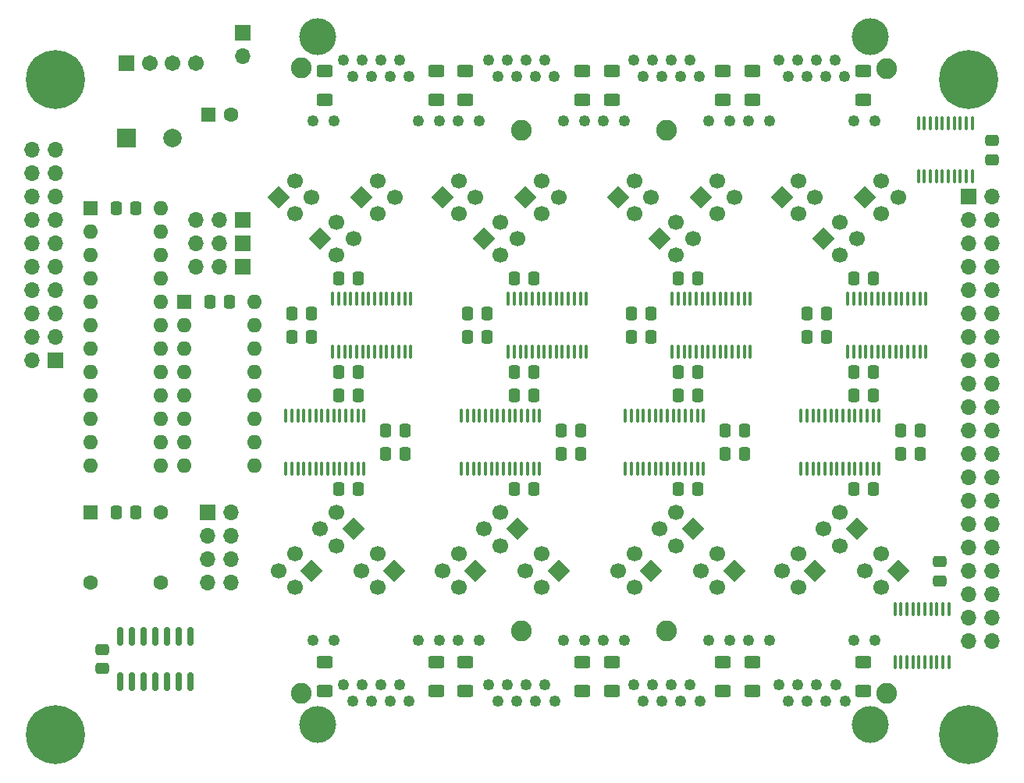
<source format=gbs>
G04 #@! TF.GenerationSoftware,KiCad,Pcbnew,8.0.4*
G04 #@! TF.CreationDate,2025-01-12T21:12:32-06:00*
G04 #@! TF.ProjectId,OctoCom,4f63746f-436f-46d2-9e6b-696361645f70,rev?*
G04 #@! TF.SameCoordinates,Original*
G04 #@! TF.FileFunction,Soldermask,Bot*
G04 #@! TF.FilePolarity,Negative*
%FSLAX46Y46*%
G04 Gerber Fmt 4.6, Leading zero omitted, Abs format (unit mm)*
G04 Created by KiCad (PCBNEW 8.0.4) date 2025-01-12 21:12:32*
%MOMM*%
%LPD*%
G01*
G04 APERTURE LIST*
G04 Aperture macros list*
%AMRoundRect*
0 Rectangle with rounded corners*
0 $1 Rounding radius*
0 $2 $3 $4 $5 $6 $7 $8 $9 X,Y pos of 4 corners*
0 Add a 4 corners polygon primitive as box body*
4,1,4,$2,$3,$4,$5,$6,$7,$8,$9,$2,$3,0*
0 Add four circle primitives for the rounded corners*
1,1,$1+$1,$2,$3*
1,1,$1+$1,$4,$5*
1,1,$1+$1,$6,$7*
1,1,$1+$1,$8,$9*
0 Add four rect primitives between the rounded corners*
20,1,$1+$1,$2,$3,$4,$5,0*
20,1,$1+$1,$4,$5,$6,$7,0*
20,1,$1+$1,$6,$7,$8,$9,0*
20,1,$1+$1,$8,$9,$2,$3,0*%
%AMHorizOval*
0 Thick line with rounded ends*
0 $1 width*
0 $2 $3 position (X,Y) of the first rounded end (center of the circle)*
0 $4 $5 position (X,Y) of the second rounded end (center of the circle)*
0 Add line between two ends*
20,1,$1,$2,$3,$4,$5,0*
0 Add two circle primitives to create the rounded ends*
1,1,$1,$2,$3*
1,1,$1,$4,$5*%
%AMRotRect*
0 Rectangle, with rotation*
0 The origin of the aperture is its center*
0 $1 length*
0 $2 width*
0 $3 Rotation angle, in degrees counterclockwise*
0 Add horizontal line*
21,1,$1,$2,0,0,$3*%
G04 Aperture macros list end*
%ADD10RoundRect,0.250000X0.475000X-0.337500X0.475000X0.337500X-0.475000X0.337500X-0.475000X-0.337500X0*%
%ADD11RoundRect,0.250000X-0.475000X0.337500X-0.475000X-0.337500X0.475000X-0.337500X0.475000X0.337500X0*%
%ADD12C,1.250000*%
%ADD13C,2.250000*%
%ADD14C,4.000000*%
%ADD15RoundRect,0.100000X0.100000X-0.637500X0.100000X0.637500X-0.100000X0.637500X-0.100000X-0.637500X0*%
%ADD16RoundRect,0.250000X0.625000X-0.400000X0.625000X0.400000X-0.625000X0.400000X-0.625000X-0.400000X0*%
%ADD17RoundRect,0.250000X-0.625000X0.400000X-0.625000X-0.400000X0.625000X-0.400000X0.625000X0.400000X0*%
%ADD18RotRect,1.700000X1.700000X45.000000*%
%ADD19HorizOval,1.700000X0.000000X0.000000X0.000000X0.000000X0*%
%ADD20RotRect,1.700000X1.700000X225.000000*%
%ADD21HorizOval,1.700000X0.000000X0.000000X0.000000X0.000000X0*%
%ADD22R,1.700000X1.700000*%
%ADD23O,1.700000X1.700000*%
%ADD24RoundRect,0.102000X0.754000X0.754000X-0.754000X0.754000X-0.754000X-0.754000X0.754000X-0.754000X0*%
%ADD25C,1.712000*%
%ADD26C,0.800000*%
%ADD27C,6.400000*%
%ADD28R,1.600000X1.600000*%
%ADD29C,1.600000*%
%ADD30O,1.600000X1.600000*%
%ADD31R,2.000000X2.000000*%
%ADD32C,2.000000*%
%ADD33RoundRect,0.100000X-0.100000X0.637500X-0.100000X-0.637500X0.100000X-0.637500X0.100000X0.637500X0*%
%ADD34RoundRect,0.250000X0.337500X0.475000X-0.337500X0.475000X-0.337500X-0.475000X0.337500X-0.475000X0*%
%ADD35RoundRect,0.250000X-0.337500X-0.475000X0.337500X-0.475000X0.337500X0.475000X-0.337500X0.475000X0*%
%ADD36RoundRect,0.150000X-0.150000X0.825000X-0.150000X-0.825000X0.150000X-0.825000X0.150000X0.825000X0*%
G04 APERTURE END LIST*
D10*
X170815000Y-103907500D03*
X170815000Y-101832500D03*
D11*
X176530000Y-56112500D03*
X176530000Y-58187500D03*
D12*
X113300000Y-117000000D03*
X112280000Y-115220000D03*
X111260000Y-117000000D03*
X110240000Y-115220000D03*
X109220000Y-117000000D03*
X108200000Y-115220000D03*
X107180000Y-117000000D03*
X106160000Y-115220000D03*
X116590000Y-110400000D03*
X114300000Y-110400000D03*
X105160000Y-110400000D03*
X102870000Y-110400000D03*
X129050000Y-117000000D03*
X128030000Y-115220000D03*
X127010000Y-117000000D03*
X125990000Y-115220000D03*
X124970000Y-117000000D03*
X123950000Y-115220000D03*
X122930000Y-117000000D03*
X121910000Y-115220000D03*
X132340000Y-110400000D03*
X130050000Y-110400000D03*
X120910000Y-110400000D03*
X118620000Y-110400000D03*
X144800000Y-117000000D03*
X143780000Y-115220000D03*
X142760000Y-117000000D03*
X141740000Y-115220000D03*
X140720000Y-117000000D03*
X139700000Y-115220000D03*
X138680000Y-117000000D03*
X137660000Y-115220000D03*
X148090000Y-110400000D03*
X145800000Y-110400000D03*
X136660000Y-110400000D03*
X134370000Y-110400000D03*
X160550000Y-117000000D03*
X159530000Y-115220000D03*
X158510000Y-117000000D03*
X157490000Y-115220000D03*
X156470000Y-117000000D03*
X155450000Y-115220000D03*
X154430000Y-117000000D03*
X153410000Y-115220000D03*
X163840000Y-110400000D03*
X161550000Y-110400000D03*
X152410000Y-110400000D03*
X150120000Y-110400000D03*
D13*
X101600000Y-116120000D03*
D14*
X103380000Y-119540000D03*
D13*
X125475000Y-109380000D03*
X141225000Y-109380000D03*
D14*
X163320000Y-119540000D03*
D13*
X165100000Y-116140000D03*
D15*
X171835000Y-112717500D03*
X171185000Y-112717500D03*
X170535000Y-112717500D03*
X169885000Y-112717500D03*
X169235000Y-112717500D03*
X168585000Y-112717500D03*
X167935000Y-112717500D03*
X167285000Y-112717500D03*
X166635000Y-112717500D03*
X165985000Y-112717500D03*
X165985000Y-106992500D03*
X166635000Y-106992500D03*
X167285000Y-106992500D03*
X167935000Y-106992500D03*
X168585000Y-106992500D03*
X169235000Y-106992500D03*
X169885000Y-106992500D03*
X170535000Y-106992500D03*
X171185000Y-106992500D03*
X171835000Y-106992500D03*
X174375000Y-54287500D03*
X173725000Y-54287500D03*
X173075000Y-54287500D03*
X172425000Y-54287500D03*
X171775000Y-54287500D03*
X171125000Y-54287500D03*
X170475000Y-54287500D03*
X169825000Y-54287500D03*
X169175000Y-54287500D03*
X168525000Y-54287500D03*
X168525000Y-60012500D03*
X169175000Y-60012500D03*
X169825000Y-60012500D03*
X170475000Y-60012500D03*
X171125000Y-60012500D03*
X171775000Y-60012500D03*
X172425000Y-60012500D03*
X173075000Y-60012500D03*
X173725000Y-60012500D03*
X174375000Y-60012500D03*
D16*
X150495000Y-115850001D03*
X150495000Y-112749999D03*
X162560000Y-115850001D03*
X162560000Y-112749999D03*
X135255000Y-115850001D03*
X135255000Y-112749999D03*
X147320000Y-115850001D03*
X147320000Y-112749999D03*
D17*
X162560000Y-48614999D03*
X162560000Y-51715001D03*
X150495000Y-48614999D03*
X150495000Y-51715001D03*
X147320000Y-48614999D03*
X147320000Y-51715001D03*
X135255000Y-48614999D03*
X135255000Y-51715001D03*
D16*
X119380000Y-115850001D03*
X119380000Y-112749999D03*
X132080000Y-115850001D03*
X132080000Y-112749999D03*
X104140000Y-115850001D03*
X104140000Y-112749999D03*
X116205000Y-115850001D03*
X116205000Y-112749999D03*
D17*
X132080000Y-48615000D03*
X132080000Y-51715000D03*
X119380000Y-48615000D03*
X119380000Y-51715000D03*
X116205000Y-48615000D03*
X116205000Y-51715000D03*
X104140000Y-48615000D03*
X104140000Y-51715000D03*
D18*
X116903821Y-62293821D03*
D19*
X118699872Y-60497770D03*
X118699872Y-64089872D03*
X120495923Y-62293821D03*
D20*
X111685573Y-102809715D03*
D21*
X109889522Y-104605766D03*
X109889522Y-101013664D03*
X108093471Y-102809715D03*
D20*
X139545923Y-102806179D03*
D21*
X137749872Y-104602230D03*
X137749872Y-101010128D03*
X135953821Y-102806179D03*
D22*
X91440000Y-96520000D03*
D23*
X93980000Y-96520000D03*
X91440000Y-99060000D03*
X93980000Y-99060000D03*
X91440000Y-101600000D03*
X93980000Y-101600000D03*
X91440000Y-104140000D03*
X93980000Y-104140000D03*
D18*
X144934077Y-62293822D03*
D19*
X146730128Y-60497771D03*
X146730128Y-64089873D03*
X148526179Y-62293822D03*
D18*
X140443949Y-66783949D03*
D19*
X142240000Y-64987898D03*
X142240000Y-68580000D03*
X144036051Y-66783949D03*
D24*
X82610000Y-47729999D03*
D25*
X85110000Y-47729999D03*
X87610000Y-47729999D03*
X90110000Y-47729999D03*
D18*
X125884077Y-62293821D03*
D19*
X127680128Y-60497770D03*
X127680128Y-64089872D03*
X129476179Y-62293821D03*
D18*
X153733821Y-62293821D03*
D19*
X155529872Y-60497770D03*
X155529872Y-64089872D03*
X157325923Y-62293821D03*
D26*
X171590000Y-49530000D03*
X172292944Y-47832944D03*
X172292944Y-51227056D03*
X173990000Y-47130000D03*
D27*
X173990000Y-49530000D03*
D26*
X173990000Y-51930000D03*
X175687056Y-47832944D03*
X175687056Y-51227056D03*
X176390000Y-49530000D03*
D20*
X124986051Y-98316051D03*
D21*
X123190000Y-100112102D03*
X123190000Y-96520000D03*
X121393949Y-98316051D03*
D20*
X161816051Y-98316051D03*
D21*
X160020000Y-100112102D03*
X160020000Y-96520000D03*
X158223949Y-98316051D03*
D20*
X166306179Y-102806179D03*
D21*
X164510128Y-104602230D03*
X164510128Y-101010128D03*
X162714077Y-102806179D03*
D18*
X103613949Y-66783949D03*
D19*
X105410000Y-64987898D03*
X105410000Y-68580000D03*
X107206051Y-66783949D03*
D18*
X121393949Y-66783949D03*
D19*
X123190000Y-64987898D03*
X123190000Y-68580000D03*
X124986051Y-66783949D03*
D28*
X78740000Y-96520000D03*
D29*
X78740000Y-104140000D03*
X86360000Y-104140000D03*
X86360000Y-96520000D03*
D20*
X144036051Y-98316051D03*
D21*
X142240000Y-100112102D03*
X142240000Y-96520000D03*
X140443949Y-98316051D03*
D18*
X108104077Y-62293821D03*
D19*
X109900128Y-60497770D03*
X109900128Y-64089872D03*
X111696179Y-62293821D03*
D28*
X78740000Y-63500000D03*
D30*
X78740000Y-66040000D03*
X78740000Y-68580000D03*
X78740000Y-71120000D03*
X78740000Y-73660000D03*
X78740000Y-76200000D03*
X78740000Y-78740000D03*
X78740000Y-81280000D03*
X78740000Y-83820000D03*
X78740000Y-86360000D03*
X78740000Y-88900000D03*
X78740000Y-91440000D03*
X86360000Y-91440000D03*
X86360000Y-88900000D03*
X86360000Y-86360000D03*
X86360000Y-83820000D03*
X86360000Y-81280000D03*
X86360000Y-78740000D03*
X86360000Y-76200000D03*
X86360000Y-73660000D03*
X86360000Y-71120000D03*
X86360000Y-68580000D03*
X86360000Y-66040000D03*
X86360000Y-63500000D03*
D26*
X72530000Y-49530000D03*
X73232944Y-47832944D03*
X73232944Y-51227056D03*
X74930000Y-47130000D03*
D27*
X74930000Y-49530000D03*
D26*
X74930000Y-51930000D03*
X76627056Y-47832944D03*
X76627056Y-51227056D03*
X77330000Y-49530000D03*
D18*
X162714077Y-62293821D03*
D19*
X164510128Y-60497770D03*
X164510128Y-64089872D03*
X166306179Y-62293821D03*
D31*
X82630000Y-55880000D03*
D32*
X87630000Y-55880000D03*
D20*
X129476179Y-102806178D03*
D21*
X127680128Y-104602229D03*
X127680128Y-101010127D03*
X125884077Y-102806178D03*
D26*
X171590000Y-120650000D03*
X172292944Y-118952944D03*
X172292944Y-122347056D03*
X173990000Y-118250000D03*
D27*
X173990000Y-120650000D03*
D26*
X173990000Y-123050000D03*
X175687056Y-118952944D03*
X175687056Y-122347056D03*
X176390000Y-120650000D03*
D20*
X102715923Y-102806179D03*
D21*
X100919872Y-104602230D03*
X100919872Y-101010128D03*
X99123821Y-102806179D03*
D20*
X148526179Y-102806179D03*
D21*
X146730128Y-104602230D03*
X146730128Y-101010128D03*
X144934077Y-102806179D03*
D22*
X95235000Y-67310000D03*
D23*
X92695000Y-67310000D03*
X90155001Y-67310000D03*
D26*
X72530000Y-120650000D03*
X73232944Y-118952944D03*
X73232944Y-122347056D03*
X74930000Y-118250000D03*
D27*
X74930000Y-120650000D03*
D26*
X74930000Y-123050000D03*
X76627056Y-118952944D03*
X76627056Y-122347056D03*
X77330000Y-120650000D03*
D20*
X120495923Y-102806179D03*
D21*
X118699872Y-104602230D03*
X118699872Y-101010128D03*
X116903821Y-102806179D03*
D18*
X135953821Y-62293821D03*
D19*
X137749872Y-60497770D03*
X137749872Y-64089872D03*
X139545923Y-62293821D03*
D28*
X88900000Y-73660000D03*
D30*
X88900000Y-76200000D03*
X88900000Y-78740000D03*
X88900000Y-81280000D03*
X88900000Y-83820000D03*
X88900000Y-86360000D03*
X88900000Y-88900000D03*
X88900000Y-91440000D03*
X96520000Y-91440000D03*
X96520000Y-88900000D03*
X96520000Y-86360000D03*
X96520000Y-83820000D03*
X96520000Y-81280000D03*
X96520000Y-78740000D03*
X96520000Y-76200000D03*
X96520000Y-73660000D03*
D18*
X158223949Y-66783949D03*
D19*
X160020000Y-64987898D03*
X160020000Y-68580000D03*
X161816051Y-66783949D03*
D20*
X157325923Y-102806179D03*
D21*
X155529872Y-104602230D03*
X155529872Y-101010128D03*
X153733821Y-102806179D03*
D18*
X99123821Y-62293821D03*
D19*
X100919872Y-60497770D03*
X100919872Y-64089872D03*
X102715923Y-62293821D03*
D22*
X173990000Y-62230000D03*
D23*
X176530000Y-62230000D03*
X173990000Y-64770000D03*
X176530000Y-64770000D03*
X173990000Y-67310000D03*
X176530000Y-67310000D03*
X173990000Y-69850000D03*
X176530000Y-69850000D03*
X173990000Y-72390000D03*
X176530000Y-72390000D03*
X173990000Y-74930000D03*
X176530000Y-74930000D03*
X173990000Y-77470000D03*
X176530000Y-77470000D03*
X173990000Y-80010000D03*
X176530000Y-80010000D03*
X173990000Y-82550000D03*
X176530000Y-82550000D03*
X173990000Y-85090000D03*
X176530000Y-85090000D03*
X173990000Y-87630000D03*
X176530000Y-87630000D03*
X173990000Y-90170000D03*
X176530000Y-90170000D03*
X173990000Y-92710000D03*
X176530000Y-92710000D03*
X173990000Y-95250000D03*
X176530000Y-95250000D03*
X173990000Y-97790000D03*
X176530000Y-97790000D03*
X173990000Y-100330000D03*
X176530000Y-100330000D03*
X173990000Y-102870000D03*
X176530000Y-102870000D03*
X173990000Y-105410000D03*
X176530000Y-105410000D03*
X173990000Y-107950000D03*
X176530000Y-107950000D03*
X173990000Y-110490000D03*
X176530000Y-110490000D03*
D22*
X95250000Y-44450000D03*
D23*
X95250000Y-46990000D03*
D22*
X74930000Y-80010000D03*
D23*
X72390000Y-80010000D03*
X74930000Y-77470000D03*
X72390000Y-77470000D03*
X74930000Y-74930001D03*
X72390000Y-74930000D03*
X74930000Y-72390000D03*
X72390000Y-72390000D03*
X74930000Y-69850000D03*
X72390000Y-69850000D03*
X74930000Y-67310000D03*
X72390000Y-67310000D03*
X74930000Y-64770000D03*
X72390000Y-64770000D03*
X74930000Y-62229999D03*
X72390000Y-62230000D03*
X74930000Y-59690000D03*
X72390000Y-59690000D03*
X74930000Y-57150000D03*
X72390000Y-57150000D03*
D22*
X95235000Y-64770000D03*
D23*
X92695000Y-64770000D03*
X90155001Y-64770000D03*
D22*
X95235000Y-69850000D03*
D23*
X92695000Y-69850000D03*
X90155001Y-69850000D03*
D28*
X91480000Y-53340000D03*
D29*
X93980000Y-53340000D03*
D20*
X107206051Y-98316051D03*
D21*
X105410000Y-100112102D03*
X105410000Y-96520000D03*
X103613949Y-98316051D03*
D33*
X104995000Y-73337500D03*
X105645000Y-73337500D03*
X106295000Y-73337500D03*
X106945000Y-73337500D03*
X107595000Y-73337500D03*
X108245000Y-73337500D03*
X108895000Y-73337500D03*
X109545000Y-73337500D03*
X110195000Y-73337500D03*
X110845000Y-73337500D03*
X111495000Y-73337500D03*
X112145000Y-73337500D03*
X112795000Y-73337500D03*
X113445000Y-73337500D03*
X113445000Y-79062500D03*
X112795000Y-79062500D03*
X112145000Y-79062500D03*
X111495000Y-79062500D03*
X110845000Y-79062500D03*
X110195000Y-79062500D03*
X109545000Y-79062500D03*
X108895000Y-79062500D03*
X108245000Y-79062500D03*
X107595000Y-79062500D03*
X106945000Y-79062500D03*
X106295000Y-79062500D03*
X105645000Y-79062500D03*
X104995000Y-79062500D03*
D34*
X121687500Y-74930000D03*
X119612500Y-74930000D03*
X107717500Y-83820000D03*
X105642500Y-83820000D03*
D35*
X110722500Y-90170000D03*
X112797500Y-90170000D03*
D34*
X139467500Y-77469999D03*
X137392500Y-77469999D03*
X163597500Y-83820000D03*
X161522500Y-83820000D03*
X158517500Y-74930000D03*
X156442500Y-74930000D03*
D35*
X147552500Y-87630000D03*
X149627500Y-87630000D03*
D34*
X121687500Y-77470000D03*
X119612500Y-77470000D03*
D35*
X129772500Y-87630000D03*
X131847500Y-87630000D03*
D15*
X108365000Y-91762500D03*
X107715000Y-91762500D03*
X107065000Y-91762500D03*
X106415000Y-91762500D03*
X105765000Y-91762500D03*
X105115000Y-91762500D03*
X104465000Y-91762500D03*
X103815000Y-91762500D03*
X103165000Y-91762500D03*
X102515000Y-91762500D03*
X101865000Y-91762500D03*
X101215000Y-91762500D03*
X100565000Y-91762500D03*
X99915000Y-91762500D03*
X99915000Y-86037500D03*
X100565000Y-86037500D03*
X101215000Y-86037500D03*
X101865000Y-86037500D03*
X102515000Y-86037500D03*
X103165000Y-86037500D03*
X103815000Y-86037500D03*
X104465000Y-86037500D03*
X105115000Y-86037500D03*
X105765000Y-86037500D03*
X106415000Y-86037500D03*
X107065000Y-86037500D03*
X107715000Y-86037500D03*
X108365000Y-86037500D03*
D35*
X161522500Y-81280000D03*
X163597500Y-81280000D03*
X129772500Y-90170000D03*
X131847500Y-90170000D03*
D34*
X139467500Y-74929999D03*
X137392500Y-74929999D03*
X126767500Y-83820000D03*
X124692500Y-83820000D03*
D10*
X80010000Y-113432500D03*
X80010000Y-111357500D03*
D36*
X81915000Y-109920000D03*
X83185000Y-109920000D03*
X84455000Y-109920000D03*
X85725000Y-109920000D03*
X86995000Y-109920000D03*
X88265000Y-109920000D03*
X89535000Y-109920000D03*
X89535000Y-114870000D03*
X88265000Y-114870000D03*
X86995000Y-114870000D03*
X85725000Y-114870000D03*
X84455000Y-114870000D03*
X83185000Y-114870000D03*
X81915000Y-114870000D03*
D34*
X158517500Y-77470000D03*
X156442500Y-77470000D03*
D15*
X127415000Y-91762500D03*
X126765000Y-91762500D03*
X126115000Y-91762500D03*
X125465000Y-91762500D03*
X124815000Y-91762500D03*
X124165000Y-91762500D03*
X123515000Y-91762500D03*
X122865000Y-91762500D03*
X122215000Y-91762500D03*
X121565000Y-91762500D03*
X120915000Y-91762500D03*
X120265000Y-91762500D03*
X119615000Y-91762500D03*
X118965000Y-91762500D03*
X118965000Y-86037500D03*
X119615000Y-86037500D03*
X120265000Y-86037500D03*
X120915000Y-86037500D03*
X121565000Y-86037500D03*
X122215000Y-86037500D03*
X122865000Y-86037500D03*
X123515000Y-86037500D03*
X124165000Y-86037500D03*
X124815000Y-86037500D03*
X125465000Y-86037500D03*
X126115000Y-86037500D03*
X126765000Y-86037500D03*
X127415000Y-86037500D03*
D34*
X102637500Y-77470000D03*
X100562500Y-77470000D03*
D35*
X124692500Y-71120000D03*
X126767500Y-71120000D03*
D34*
X83587500Y-63500000D03*
X81512500Y-63500000D03*
D35*
X147552500Y-90170000D03*
X149627500Y-90170000D03*
D33*
X160875000Y-73337500D03*
X161525000Y-73337500D03*
X162175000Y-73337500D03*
X162825000Y-73337500D03*
X163475000Y-73337500D03*
X164125000Y-73337500D03*
X164775000Y-73337500D03*
X165425000Y-73337500D03*
X166075000Y-73337500D03*
X166725000Y-73337500D03*
X167375000Y-73337500D03*
X168025000Y-73337500D03*
X168675000Y-73337500D03*
X169325000Y-73337500D03*
X169325000Y-79062500D03*
X168675000Y-79062500D03*
X168025000Y-79062500D03*
X167375000Y-79062500D03*
X166725000Y-79062500D03*
X166075000Y-79062500D03*
X165425000Y-79062500D03*
X164775000Y-79062500D03*
X164125000Y-79062500D03*
X163475000Y-79062500D03*
X162825000Y-79062500D03*
X162175000Y-79062500D03*
X161525000Y-79062500D03*
X160875000Y-79062500D03*
D34*
X107717500Y-93980000D03*
X105642500Y-93980000D03*
X144547500Y-83820000D03*
X142472500Y-83820000D03*
D35*
X142472500Y-71119999D03*
X144547500Y-71119999D03*
X105642500Y-81280000D03*
X107717500Y-81280000D03*
D33*
X141825000Y-73337500D03*
X142475000Y-73337500D03*
X143125000Y-73337500D03*
X143775000Y-73337500D03*
X144425000Y-73337500D03*
X145075000Y-73337500D03*
X145725000Y-73337500D03*
X146375000Y-73337500D03*
X147025000Y-73337500D03*
X147675000Y-73337500D03*
X148325000Y-73337500D03*
X148975000Y-73337500D03*
X149625000Y-73337500D03*
X150275000Y-73337500D03*
X150275000Y-79062500D03*
X149625000Y-79062500D03*
X148975000Y-79062500D03*
X148325000Y-79062500D03*
X147675000Y-79062500D03*
X147025000Y-79062500D03*
X146375000Y-79062500D03*
X145725000Y-79062500D03*
X145075000Y-79062500D03*
X144425000Y-79062500D03*
X143775000Y-79062500D03*
X143125000Y-79062500D03*
X142475000Y-79062500D03*
X141825000Y-79062500D03*
X124045000Y-73337500D03*
X124695000Y-73337500D03*
X125345000Y-73337500D03*
X125995000Y-73337500D03*
X126645000Y-73337500D03*
X127295000Y-73337500D03*
X127945000Y-73337500D03*
X128595000Y-73337500D03*
X129245000Y-73337500D03*
X129895000Y-73337500D03*
X130545000Y-73337500D03*
X131195000Y-73337500D03*
X131845000Y-73337500D03*
X132495000Y-73337500D03*
X132495000Y-79062500D03*
X131845000Y-79062500D03*
X131195000Y-79062500D03*
X130545000Y-79062500D03*
X129895000Y-79062500D03*
X129245000Y-79062500D03*
X128595000Y-79062500D03*
X127945000Y-79062500D03*
X127295000Y-79062500D03*
X126645000Y-79062500D03*
X125995000Y-79062500D03*
X125345000Y-79062500D03*
X124695000Y-79062500D03*
X124045000Y-79062500D03*
D34*
X83587500Y-96520000D03*
X81512500Y-96520000D03*
X102637500Y-74930000D03*
X100562500Y-74930000D03*
X126767500Y-93980000D03*
X124692500Y-93980000D03*
X163597500Y-93980000D03*
X161522500Y-93980000D03*
D35*
X161522500Y-71120000D03*
X163597500Y-71120000D03*
X166602500Y-87630000D03*
X168677500Y-87630000D03*
D34*
X93747500Y-73660000D03*
X91672500Y-73660000D03*
D15*
X145195000Y-91762500D03*
X144545000Y-91762500D03*
X143895000Y-91762500D03*
X143245000Y-91762500D03*
X142595000Y-91762500D03*
X141945000Y-91762500D03*
X141295000Y-91762500D03*
X140645000Y-91762500D03*
X139995000Y-91762500D03*
X139345000Y-91762500D03*
X138695000Y-91762500D03*
X138045000Y-91762500D03*
X137395000Y-91762500D03*
X136745000Y-91762500D03*
X136745000Y-86037500D03*
X137395000Y-86037500D03*
X138045000Y-86037500D03*
X138695000Y-86037500D03*
X139345000Y-86037500D03*
X139995000Y-86037500D03*
X140645000Y-86037500D03*
X141295000Y-86037500D03*
X141945000Y-86037500D03*
X142595000Y-86037500D03*
X143245000Y-86037500D03*
X143895000Y-86037500D03*
X144545000Y-86037500D03*
X145195000Y-86037500D03*
D35*
X166602500Y-90170000D03*
X168677500Y-90170000D03*
X105642500Y-71120000D03*
X107717500Y-71120000D03*
D34*
X144547500Y-93980000D03*
X142472500Y-93980000D03*
D15*
X164245000Y-91762500D03*
X163595000Y-91762500D03*
X162945000Y-91762500D03*
X162295000Y-91762500D03*
X161645000Y-91762500D03*
X160995000Y-91762500D03*
X160345000Y-91762500D03*
X159695000Y-91762500D03*
X159045000Y-91762500D03*
X158395000Y-91762500D03*
X157745000Y-91762500D03*
X157095000Y-91762500D03*
X156445000Y-91762500D03*
X155795000Y-91762500D03*
X155795000Y-86037500D03*
X156445000Y-86037500D03*
X157095000Y-86037500D03*
X157745000Y-86037500D03*
X158395000Y-86037500D03*
X159045000Y-86037500D03*
X159695000Y-86037500D03*
X160345000Y-86037500D03*
X160995000Y-86037500D03*
X161645000Y-86037500D03*
X162295000Y-86037500D03*
X162945000Y-86037500D03*
X163595000Y-86037500D03*
X164245000Y-86037500D03*
D35*
X110722500Y-87630000D03*
X112797500Y-87630000D03*
X142472500Y-81279999D03*
X144547500Y-81279999D03*
X124692500Y-81280000D03*
X126767500Y-81280000D03*
D12*
X153400000Y-47410000D03*
X154420000Y-49190000D03*
X155440000Y-47410000D03*
X156460000Y-49190000D03*
X157480000Y-47410000D03*
X158500000Y-49190000D03*
X159520000Y-47410000D03*
X160540000Y-49190000D03*
X150110000Y-54010000D03*
X152400000Y-54010000D03*
X161540000Y-54010000D03*
X163830000Y-54010000D03*
X137650000Y-47410000D03*
X138670000Y-49190000D03*
X139690000Y-47410000D03*
X140710000Y-49190000D03*
X141730000Y-47410000D03*
X142750000Y-49190000D03*
X143770000Y-47410000D03*
X144790000Y-49190000D03*
X134360000Y-54010000D03*
X136650000Y-54010000D03*
X145790000Y-54010000D03*
X148080000Y-54010000D03*
X121900000Y-47410000D03*
X122920000Y-49190000D03*
X123940000Y-47410000D03*
X124960000Y-49190000D03*
X125980000Y-47410000D03*
X127000000Y-49190000D03*
X128020000Y-47410000D03*
X129040000Y-49190000D03*
X118610000Y-54010000D03*
X120900000Y-54010000D03*
X130040000Y-54010000D03*
X132330000Y-54010000D03*
X106150000Y-47410000D03*
X107170000Y-49190000D03*
X108190000Y-47410000D03*
X109210000Y-49190000D03*
X110230000Y-47410000D03*
X111250000Y-49190000D03*
X112270000Y-47410000D03*
X113290000Y-49190000D03*
X102860000Y-54010000D03*
X105150000Y-54010000D03*
X114290000Y-54010000D03*
X116580000Y-54010000D03*
D13*
X165100000Y-48290000D03*
D14*
X163320000Y-44870000D03*
D13*
X141225000Y-55030000D03*
X125475000Y-55030000D03*
D14*
X103380000Y-44870000D03*
D13*
X101600000Y-48270000D03*
M02*

</source>
